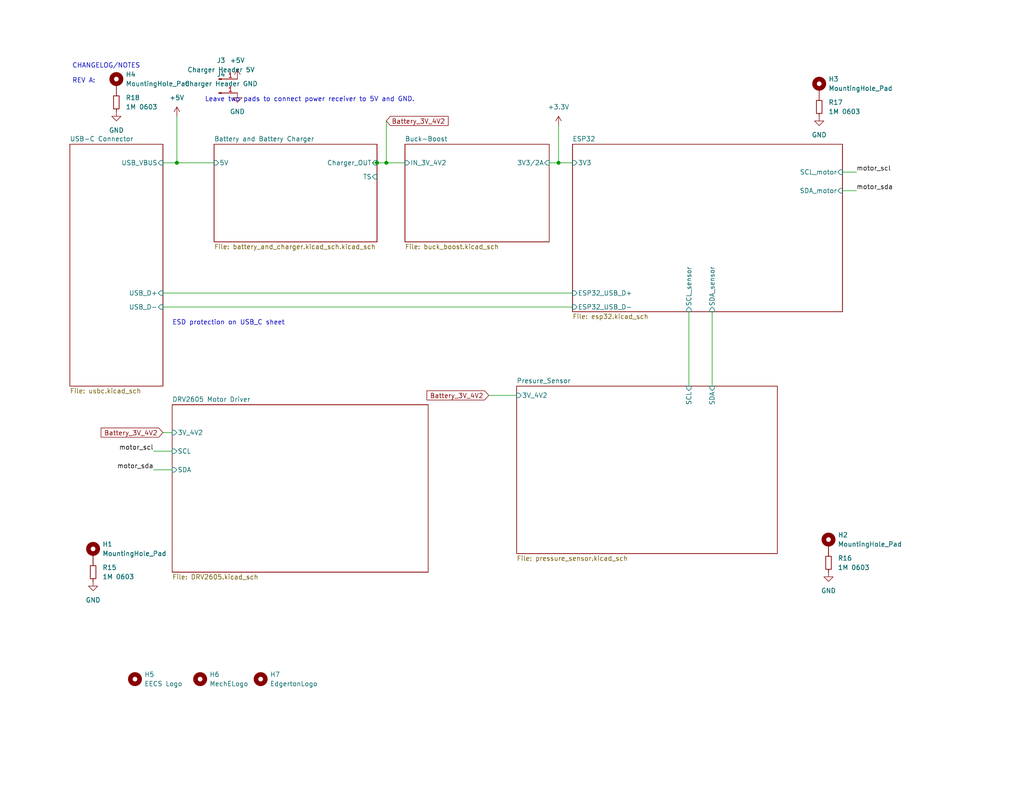
<source format=kicad_sch>
(kicad_sch (version 20230121) (generator eeschema)
  (paper "USLetter")
  (title_block (title "Hug-Sensing Plush Circuit Design") (date "2024-01-12") (comment 1 "Jacqueline Wang"))
  (lib_symbols
    (symbol "Connector:Conn_01x01_Pin" (pin_names (offset 1.016) hide)
      (property "Reference" "J" (at 0 2.54 0))
      (property "Value" "Conn_01x01_Pin" (at 0 -2.54 0))
      (symbol "Conn_01x01_Pin_1_1"
        (polyline (pts (xy 1.27 0) (xy 0.8636 0)) (stroke (width 0.1524)))
        (rectangle (start 0.8636 0.127) (end 0 -0.127) (stroke (width 0.1524)) (fill (type outline)))
        (pin passive line (at 5.08 0 180) (length 3.81) (name "Pin_1") (number "1"))
      )
    )
    (symbol "Device:R_Small" (pin_numbers hide) (pin_names (offset 0.254) hide)
      (property "Reference" "R" (at 0.762 0.508 0))
      (property "Value" "R_Small" (at 0.762 -1.016 0))
      (symbol "R_Small_0_1"
        (rectangle (start -0.762 1.778) (end 0.762 -1.778) (stroke (width 0.2032)))
      )
      (symbol "R_Small_1_1"
        (pin passive line (at 0 2.54 270) (length 0.762) (name "~") (number "1"))
        (pin passive line (at 0 -2.54 90) (length 0.762) (name "~") (number "2"))
      )
    )
    (symbol "Mechanical:MountingHole" (pin_names (offset 1.016))
      (property "Reference" "H" (at 0 5.08 0))
      (property "Value" "MountingHole" (at 0 3.175 0))
      (symbol "MountingHole_0_1"
        (circle (center 0 0) (radius 1.27) (stroke (width 1.27)))
      )
    )
    (symbol "Mechanical:MountingHole_Pad" (pin_numbers hide) (pin_names (offset 1.016) hide)
      (property "Reference" "H" (at 0 6.35 0))
      (property "Value" "MountingHole_Pad" (at 0 4.445 0))
      (symbol "MountingHole_Pad_0_1"
        (circle (center 0 1.27) (radius 1.27) (stroke (width 1.27)))
      )
      (symbol "MountingHole_Pad_1_1"
        (pin input line (at 0 -2.54 90) (length 2.54) (name "1") (number "1"))
      )
    )
    (symbol "power:+3.3V" (power) (pin_names (offset 0))
      (property "Value" "+3.3V" (at 0 3.556 0))
      (symbol "+3.3V_0_1"
        (polyline (pts (xy -0.762 1.27) (xy 0 2.54)))
        (polyline (pts (xy 0 0) (xy 0 2.54)))
        (polyline (pts (xy 0 2.54) (xy 0.762 1.27)))
      )
      (symbol "+3.3V_1_1"
        (pin power_in line (at 0 0 90) (length 0) hide (name "+3.3V") (number "1"))
      )
    )
    (symbol "power:+5V" (power) (pin_names (offset 0))
      (property "Value" "+5V" (at 0 3.556 0))
      (symbol "+5V_0_1"
        (polyline (pts (xy -0.762 1.27) (xy 0 2.54)))
        (polyline (pts (xy 0 0) (xy 0 2.54)))
        (polyline (pts (xy 0 2.54) (xy 0.762 1.27)))
      )
      (symbol "+5V_1_1"
        (pin power_in line (at 0 0 90) (length 0) hide (name "+5V") (number "1"))
      )
    )
    (symbol "power:GND" (power) (pin_names (offset 0))
      (property "Value" "GND" (at 0 -3.81 0))
      (symbol "GND_0_1"
        (polyline (pts (xy 0 0) (xy 0 -1.27) (xy 1.27 -1.27) (xy 0 -2.54) (xy -1.27 -1.27) (xy 0 -1.27)))
      )
      (symbol "GND_1_1"
        (pin power_in line (at 0 0 270) (length 0) hide (name "GND") (number "1"))
      )
    )
  )
  (junction (at 152.4 44.45))
  (junction (at 48.26 44.45))
  (junction (at 105.41 44.45))
  (junction (at 102.87 44.45))
  (wire (pts (xy 102.87 44.45) (xy 105.41 44.45)))
  (wire (pts (xy 152.4 34.29) (xy 152.4 44.45)))
  (wire (pts (xy 41.91 123.19) (xy 46.99 123.19)))
  (wire (pts (xy 48.26 44.45) (xy 58.42 44.45)))
  (wire (pts (xy 48.26 31.75) (xy 48.26 44.45)))
  (wire (pts (xy 187.96 85.09) (xy 187.96 105.41)))
  (wire (pts (xy 229.87 46.99) (xy 233.68 46.99)))
  (wire (pts (xy 44.45 118.11) (xy 46.99 118.11)))
  (wire (pts (xy 44.45 44.45) (xy 48.26 44.45)))
  (wire (pts (xy 133.35 107.95) (xy 140.97 107.95)))
  (wire (pts (xy 44.45 83.82) (xy 156.21 83.82)))
  (wire (pts (xy 101.6 44.45) (xy 102.87 44.45)))
  (wire (pts (xy 152.4 44.45) (xy 156.21 44.45)))
  (wire (pts (xy 149.86 44.45) (xy 152.4 44.45)))
  (wire (pts (xy 105.41 44.45) (xy 110.49 44.45)))
  (wire (pts (xy 44.45 80.01) (xy 156.21 80.01)))
  (wire (pts (xy 194.31 85.09) (xy 194.31 105.41)))
  (wire (pts (xy 41.91 128.27) (xy 46.99 128.27)))
  (wire (pts (xy 105.41 33.02) (xy 105.41 44.45)))
  (wire (pts (xy 229.87 52.07) (xy 233.68 52.07)))
  (text "ESD protection on USB_C sheet" (at 46.99 88.9 0) (effects (font (size 1.27 1.27)) (justify left bottom)))
  (text "Leave two pads to connect power receiver to 5V and GND." (at 55.88 27.94 0) (effects (font (size 1.27 1.27)) (justify left bottom)))
  (text "CHANGELOG/NOTES\n\nREV A: " (at 19.685 22.86 0) (effects (font (size 1.27 1.27)) (justify left bottom)))
  (label "motor_scl" (at 41.91 123.19 180))
  (label "motor_sda" (at 233.68 52.07 0))
  (label "motor_sda" (at 41.91 128.27 180))
  (label "motor_scl" (at 233.68 46.99 0))
  (global_label "Battery_3V_4V2" (shape input) (at 133.35 107.95 180) (property "Intersheetrefs" "${INTERSHEET_REFS}" (effects hide)))
  (global_label "Battery_3V_4V2" (shape input) (at 105.41 33.02 0) (property "Intersheetrefs" "${INTERSHEET_REFS}" (effects hide)))
  (global_label "Battery_3V_4V2" (shape input) (at 44.45 118.11 180) (property "Intersheetrefs" "${INTERSHEET_REFS}" (effects hide)))
  (symbol (lib_id "power:GND") (at 64.77 25.4 0) (unit 1)
    (property "Reference" "#PWR037" (effects hide))
    (property "Value" "GND" (at 64.77 30.48 0))
  )
  (symbol (lib_id "power:GND") (at 25.4 158.75 0) (unit 1)
    (property "Reference" "#PWR031" (effects hide))
    (property "Value" "GND" (at 25.4 163.83 0))
  )
  (symbol (lib_id "power:GND") (at 223.52 31.75 0) (unit 1)
    (property "Reference" "#PWR033" (effects hide))
    (property "Value" "GND" (at 223.52 36.83 0))
  )
  (symbol (lib_id "power:GND") (at 226.06 156.21 0) (unit 1)
    (property "Reference" "#PWR032" (effects hide))
    (property "Value" "GND" (at 226.06 161.29 0))
  )
  (symbol (lib_id "Mechanical:MountingHole_Pad") (at 223.52 24.13 0) (unit 1)
    (property "Reference" "H3" (at 226.06 21.59 0) (effects (justify left)))
    (property "Value" "MountingHole_Pad" (at 226.06 24.13 0) (effects (justify left)))
    (property "Footprint" "MountingHole:MountingHole_2.2mm_M2_DIN965_Pad" (effects hide))
  )
  (symbol (lib_id "Connector:Conn_01x01_Pin") (at 59.69 25.4 0) (unit 1)
    (property "Reference" "J4" (at 60.325 20.32 0))
    (property "Value" "Charger Header GND" (at 60.325 22.86 0))
    (property "Footprint" "Connector_Wire:SolderWirePad_1x01_SMD_1x2mm" (effects hide))
  )
  (symbol (lib_id "Mechanical:MountingHole_Pad") (at 226.06 148.59 0) (unit 1)
    (property "Reference" "H2" (at 228.6 146.05 0) (effects (justify left)))
    (property "Value" "MountingHole_Pad" (at 228.6 148.59 0) (effects (justify left)))
    (property "Footprint" "MountingHole:MountingHole_2.2mm_M2_DIN965_Pad" (effects hide))
  )
  (symbol (lib_id "Mechanical:MountingHole_Pad") (at 25.4 151.13 0) (unit 1)
    (property "Reference" "H1" (at 27.94 148.59 0) (effects (justify left)))
    (property "Value" "MountingHole_Pad" (at 27.94 151.13 0) (effects (justify left)))
    (property "Footprint" "MountingHole:MountingHole_2.2mm_M2_DIN965_Pad" (effects hide))
  )
  (symbol (lib_id "Mechanical:MountingHole_Pad") (at 31.75 22.86 0) (unit 1)
    (property "Reference" "H4" (at 34.29 20.32 0) (effects (justify left)))
    (property "Value" "MountingHole_Pad" (at 34.29 22.86 0) (effects (justify left)))
    (property "Footprint" "MountingHole:MountingHole_2.2mm_M2_DIN965_Pad" (effects hide))
  )
  (symbol (lib_id "Device:R_Small") (at 226.06 153.67 0) (unit 1)
    (property "Reference" "R16" (at 228.6 152.4 0) (effects (justify left)))
    (property "Value" "1M 0603" (at 228.6 154.94 0) (effects (justify left)))
    (property "Footprint" "Resistor_SMD:R_0603_1608Metric_Pad0.98x0.95mm_HandSolder" (effects hide))
    (property "Datasheet" "https://www.vishay.com/docs/28773/crcwce3.pdf" (effects hide))
    (property "Digikey PN" "541-CRCW06031M00JNEACCT-ND" (effects hide))
    (property "MPN" "CRCW06031M00JNEAC" (effects hide))
  )
  (symbol (lib_id "Mechanical:MountingHole") (at 71.12 185.42 0) (unit 1)
    (property "Reference" "H7" (at 73.66 184.15 0) (effects (justify left)))
    (property "Value" "EdgertonLogo" (at 73.66 186.69 0) (effects (justify left)))
    (property "Footprint" "Project Library:EdgertonLogo" (effects hide))
  )
  (symbol (lib_id "power:+3.3V") (at 152.4 34.29 0) (unit 1)
    (property "Reference" "#PWR030" (effects hide))
    (property "Value" "+3.3V" (at 152.4 29.21 0))
  )
  (symbol (lib_id "Connector:Conn_01x01_Pin") (at 59.69 21.59 0) (unit 1)
    (property "Reference" "J3" (at 60.325 16.51 0))
    (property "Value" "Charger Header 5V" (at 60.325 19.05 0))
    (property "Footprint" "Connector_Wire:SolderWirePad_1x01_SMD_1x2mm" (effects hide))
  )
  (symbol (lib_id "Device:R_Small") (at 223.52 29.21 0) (unit 1)
    (property "Reference" "R17" (at 226.06 27.94 0) (effects (justify left)))
    (property "Value" "1M 0603" (at 226.06 30.48 0) (effects (justify left)))
    (property "Footprint" "Resistor_SMD:R_0603_1608Metric_Pad0.98x0.95mm_HandSolder" (effects hide))
    (property "Datasheet" "https://www.vishay.com/docs/28773/crcwce3.pdf" (effects hide))
    (property "Digikey PN" "541-CRCW06031M00JNEACCT-ND" (effects hide))
    (property "MPN" "CRCW06031M00JNEAC" (effects hide))
  )
  (symbol (lib_id "Mechanical:MountingHole") (at 54.61 185.42 0) (unit 1) (in_bom no)
    (property "Reference" "H6" (at 57.15 184.15 0) (effects (justify left)))
    (property "Value" "MechELogo" (at 57.15 186.69 0) (effects (justify left)))
    (property "Footprint" "Project Library:MechELogo" (effects hide))
  )
  (symbol (lib_id "Mechanical:MountingHole") (at 36.83 185.42 0) (unit 1) (in_bom no)
    (property "Reference" "H5" (at 39.37 184.15 0) (effects (justify left)))
    (property "Value" "EECS Logo" (at 39.37 186.69 0) (effects (justify left)))
    (property "Footprint" "Project Library:EECSLogo" (effects hide))
  )
  (symbol (lib_id "power:GND") (at 31.75 30.48 0) (unit 1)
    (property "Reference" "#PWR034" (effects hide))
    (property "Value" "GND" (at 31.75 35.56 0))
  )
  (symbol (lib_id "Device:R_Small") (at 31.75 27.94 0) (unit 1)
    (property "Reference" "R18" (at 34.29 26.67 0) (effects (justify left)))
    (property "Value" "1M 0603" (at 34.29 29.21 0) (effects (justify left)))
    (property "Footprint" "Resistor_SMD:R_0603_1608Metric_Pad0.98x0.95mm_HandSolder" (effects hide))
    (property "Datasheet" "https://www.vishay.com/docs/28773/crcwce3.pdf" (effects hide))
    (property "Digikey PN" "541-CRCW06031M00JNEACCT-ND" (effects hide))
    (property "MPN" "CRCW06031M00JNEAC" (effects hide))
  )
  (symbol (lib_id "Device:R_Small") (at 25.4 156.21 0) (unit 1)
    (property "Reference" "R15" (at 27.94 154.94 0) (effects (justify left)))
    (property "Value" "1M 0603" (at 27.94 157.48 0) (effects (justify left)))
    (property "Footprint" "Resistor_SMD:R_0603_1608Metric_Pad0.98x0.95mm_HandSolder" (effects hide))
    (property "Datasheet" "https://www.vishay.com/docs/28773/crcwce3.pdf" (effects hide))
    (property "Digikey PN" "541-CRCW06031M00JNEACCT-ND" (effects hide))
    (property "MPN" "CRCW06031M00JNEAC" (effects hide))
  )
  (symbol (lib_id "power:+5V") (at 48.26 31.75 0) (unit 1)
    (property "Reference" "#PWR09" (effects hide))
    (property "Value" "+5V" (at 48.26 26.67 0))
  )
  (symbol (lib_id "power:+5V") (at 64.77 21.59 0) (unit 1)
    (property "Reference" "#PWR036" (effects hide))
    (property "Value" "+5V" (at 64.77 16.51 0))
  )
  (sheet (at 19.05 39.37) (size 25.4 66.04) (stroke (width 0.1524))
    (property "Sheetname" "USB-C Connector" (at 19.05 38.6584 0) (effects (justify left bottom)))
    (property "Sheetfile" "usbc.kicad_sch" (at 19.05 105.9946 0) (effects (justify left top)))
    (pin "USB_D-" input (at 44.45 83.82 0))
    (pin "USB_VBUS" input (at 44.45 44.45 0))
    (pin "USB_D+" input (at 44.45 80.01 0))
  )
  (sheet (at 46.99 110.49) (size 69.85 45.72) (stroke (width 0.1524))
    (property "Sheetname" "DRV2605 Motor Driver" (at 46.99 109.7784 0) (effects (justify left bottom)))
    (property "Sheetfile" "DRV2605.kicad_sch" (at 46.99 156.7946 0) (effects (justify left top)))
    (pin "3V_4V2" input (at 46.99 118.11 180))
    (pin "SDA" input (at 46.99 128.27 180))
    (pin "SCL" input (at 46.99 123.19 180))
  )
  (sheet (at 156.21 39.37) (size 73.66 45.72) (stroke (width 0.1524))
    (property "Sheetname" "ESP32" (at 156.21 38.6584 0) (effects (justify left bottom)))
    (property "Sheetfile" "esp32.kicad_sch" (at 156.21 85.6746 0) (effects (justify left top)))
    (pin "3V3" input (at 156.21 44.45 180))
    (pin "ESP32_USB_D-" input (at 156.21 83.82 180))
    (pin "ESP32_USB_D+" input (at 156.21 80.01 180))
    (pin "SCL_sensor" input (at 187.96 85.09 270))
    (pin "SDA_sensor" input (at 194.31 85.09 270))
    (pin "SCL_motor" input (at 229.87 46.99 0))
    (pin "SDA_motor" input (at 229.87 52.07 0))
  )
  (sheet (at 110.49 39.37) (size 39.37 26.67) (stroke (width 0.1524))
    (property "Sheetname" "Buck-Boost" (at 110.49 38.6584 0) (effects (justify left bottom)))
    (property "Sheetfile" "buck_boost.kicad_sch" (at 110.49 66.6246 0) (effects (justify left top)))
    (pin "3V3{slash}2A" input (at 149.86 44.45 0))
    (pin "IN_3V_4V2" input (at 110.49 44.45 180))
  )
  (sheet (at 140.97 105.41) (size 71.12 45.72) (stroke (width 0.1524))
    (property "Sheetname" "Presure_Sensor" (at 140.97 104.6984 0) (effects (justify left bottom)))
    (property "Sheetfile" "pressure_sensor.kicad_sch" (at 140.97 151.7146 0) (effects (justify left top)))
    (pin "3V_4V2" input (at 140.97 107.95 180))
    (pin "SDA" input (at 194.31 105.41 90))
    (pin "SCL" input (at 187.96 105.41 90))
  )
  (sheet (at 58.42 39.37) (size 44.45 26.67) (stroke (width 0.1524))
    (property "Sheetname" "Battery and Battery Charger" (at 58.42 38.6584 0) (effects (justify left bottom)))
    (property "Sheetfile" "battery_and_charger.kicad_sch.kicad_sch" (at 58.42 66.6246 0) (effects (justify left top)))
    (pin "5V" input (at 58.42 44.45 180))
    (pin "Charger_OUT" input (at 102.87 44.45 0))
    (pin "TS" input (at 102.87 48.26 0))
  )
)
</source>
